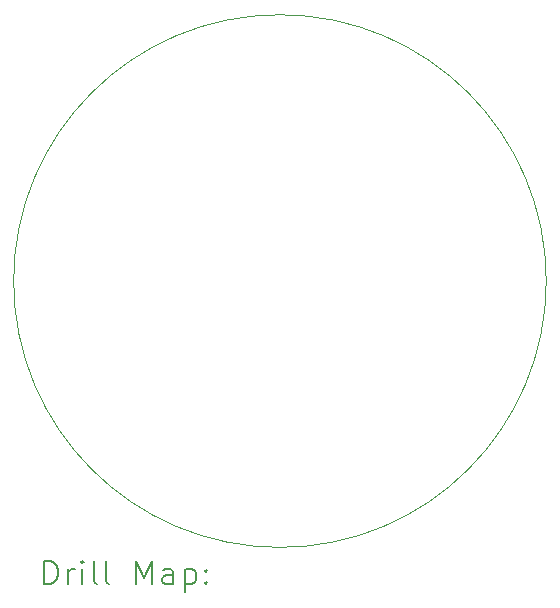
<source format=gbr>
%TF.GenerationSoftware,KiCad,Pcbnew,9.0.2*%
%TF.CreationDate,2025-06-11T04:48:03-04:00*%
%TF.ProjectId,HackCharm,4861636b-4368-4617-926d-2e6b69636164,rev?*%
%TF.SameCoordinates,Original*%
%TF.FileFunction,Drillmap*%
%TF.FilePolarity,Positive*%
%FSLAX45Y45*%
G04 Gerber Fmt 4.5, Leading zero omitted, Abs format (unit mm)*
G04 Created by KiCad (PCBNEW 9.0.2) date 2025-06-11 04:48:03*
%MOMM*%
%LPD*%
G01*
G04 APERTURE LIST*
%ADD10C,0.050000*%
%ADD11C,0.200000*%
G04 APERTURE END LIST*
D10*
X17580000Y-9940000D02*
G75*
G02*
X13070418Y-9940000I-2254791J0D01*
G01*
X13070418Y-9940000D02*
G75*
G02*
X17580000Y-9940000I2254791J0D01*
G01*
D11*
X13328695Y-12508775D02*
X13328695Y-12308775D01*
X13328695Y-12308775D02*
X13376314Y-12308775D01*
X13376314Y-12308775D02*
X13404885Y-12318299D01*
X13404885Y-12318299D02*
X13423933Y-12337346D01*
X13423933Y-12337346D02*
X13433456Y-12356394D01*
X13433456Y-12356394D02*
X13442980Y-12394489D01*
X13442980Y-12394489D02*
X13442980Y-12423061D01*
X13442980Y-12423061D02*
X13433456Y-12461156D01*
X13433456Y-12461156D02*
X13423933Y-12480203D01*
X13423933Y-12480203D02*
X13404885Y-12499251D01*
X13404885Y-12499251D02*
X13376314Y-12508775D01*
X13376314Y-12508775D02*
X13328695Y-12508775D01*
X13528695Y-12508775D02*
X13528695Y-12375441D01*
X13528695Y-12413537D02*
X13538218Y-12394489D01*
X13538218Y-12394489D02*
X13547742Y-12384965D01*
X13547742Y-12384965D02*
X13566790Y-12375441D01*
X13566790Y-12375441D02*
X13585837Y-12375441D01*
X13652504Y-12508775D02*
X13652504Y-12375441D01*
X13652504Y-12308775D02*
X13642980Y-12318299D01*
X13642980Y-12318299D02*
X13652504Y-12327822D01*
X13652504Y-12327822D02*
X13662028Y-12318299D01*
X13662028Y-12318299D02*
X13652504Y-12308775D01*
X13652504Y-12308775D02*
X13652504Y-12327822D01*
X13776314Y-12508775D02*
X13757266Y-12499251D01*
X13757266Y-12499251D02*
X13747742Y-12480203D01*
X13747742Y-12480203D02*
X13747742Y-12308775D01*
X13881075Y-12508775D02*
X13862028Y-12499251D01*
X13862028Y-12499251D02*
X13852504Y-12480203D01*
X13852504Y-12480203D02*
X13852504Y-12308775D01*
X14109647Y-12508775D02*
X14109647Y-12308775D01*
X14109647Y-12308775D02*
X14176314Y-12451632D01*
X14176314Y-12451632D02*
X14242980Y-12308775D01*
X14242980Y-12308775D02*
X14242980Y-12508775D01*
X14423933Y-12508775D02*
X14423933Y-12404013D01*
X14423933Y-12404013D02*
X14414409Y-12384965D01*
X14414409Y-12384965D02*
X14395361Y-12375441D01*
X14395361Y-12375441D02*
X14357266Y-12375441D01*
X14357266Y-12375441D02*
X14338218Y-12384965D01*
X14423933Y-12499251D02*
X14404885Y-12508775D01*
X14404885Y-12508775D02*
X14357266Y-12508775D01*
X14357266Y-12508775D02*
X14338218Y-12499251D01*
X14338218Y-12499251D02*
X14328695Y-12480203D01*
X14328695Y-12480203D02*
X14328695Y-12461156D01*
X14328695Y-12461156D02*
X14338218Y-12442108D01*
X14338218Y-12442108D02*
X14357266Y-12432584D01*
X14357266Y-12432584D02*
X14404885Y-12432584D01*
X14404885Y-12432584D02*
X14423933Y-12423061D01*
X14519171Y-12375441D02*
X14519171Y-12575441D01*
X14519171Y-12384965D02*
X14538218Y-12375441D01*
X14538218Y-12375441D02*
X14576314Y-12375441D01*
X14576314Y-12375441D02*
X14595361Y-12384965D01*
X14595361Y-12384965D02*
X14604885Y-12394489D01*
X14604885Y-12394489D02*
X14614409Y-12413537D01*
X14614409Y-12413537D02*
X14614409Y-12470680D01*
X14614409Y-12470680D02*
X14604885Y-12489727D01*
X14604885Y-12489727D02*
X14595361Y-12499251D01*
X14595361Y-12499251D02*
X14576314Y-12508775D01*
X14576314Y-12508775D02*
X14538218Y-12508775D01*
X14538218Y-12508775D02*
X14519171Y-12499251D01*
X14700123Y-12489727D02*
X14709647Y-12499251D01*
X14709647Y-12499251D02*
X14700123Y-12508775D01*
X14700123Y-12508775D02*
X14690599Y-12499251D01*
X14690599Y-12499251D02*
X14700123Y-12489727D01*
X14700123Y-12489727D02*
X14700123Y-12508775D01*
X14700123Y-12384965D02*
X14709647Y-12394489D01*
X14709647Y-12394489D02*
X14700123Y-12404013D01*
X14700123Y-12404013D02*
X14690599Y-12394489D01*
X14690599Y-12394489D02*
X14700123Y-12384965D01*
X14700123Y-12384965D02*
X14700123Y-12404013D01*
M02*

</source>
